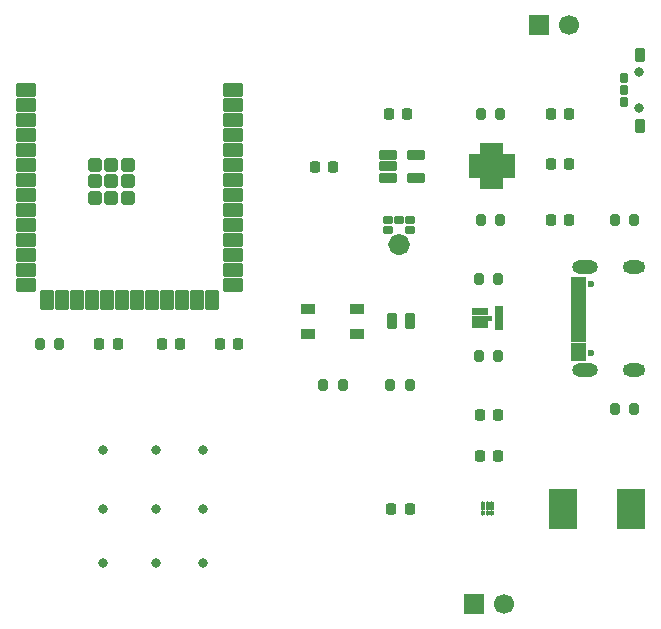
<source format=gbr>
%TF.GenerationSoftware,KiCad,Pcbnew,9.0.7*%
%TF.CreationDate,2026-01-12T23:46:57+09:00*%
%TF.ProjectId,toytalk_demo_v2,746f7974-616c-46b5-9f64-656d6f5f7632,rev?*%
%TF.SameCoordinates,Original*%
%TF.FileFunction,Soldermask,Top*%
%TF.FilePolarity,Negative*%
%FSLAX46Y46*%
G04 Gerber Fmt 4.6, Leading zero omitted, Abs format (unit mm)*
G04 Created by KiCad (PCBNEW 9.0.7) date 2026-01-12 23:46:57*
%MOMM*%
%LPD*%
G01*
G04 APERTURE LIST*
G04 Aperture macros list*
%AMRoundRect*
0 Rectangle with rounded corners*
0 $1 Rounding radius*
0 $2 $3 $4 $5 $6 $7 $8 $9 X,Y pos of 4 corners*
0 Add a 4 corners polygon primitive as box body*
4,1,4,$2,$3,$4,$5,$6,$7,$8,$9,$2,$3,0*
0 Add four circle primitives for the rounded corners*
1,1,$1+$1,$2,$3*
1,1,$1+$1,$4,$5*
1,1,$1+$1,$6,$7*
1,1,$1+$1,$8,$9*
0 Add four rect primitives between the rounded corners*
20,1,$1+$1,$2,$3,$4,$5,0*
20,1,$1+$1,$4,$5,$6,$7,0*
20,1,$1+$1,$6,$7,$8,$9,0*
20,1,$1+$1,$8,$9,$2,$3,0*%
G04 Aperture macros list end*
%ADD10C,0.010000*%
%ADD11C,0.912000*%
%ADD12C,0.800000*%
%ADD13RoundRect,0.200000X-0.200000X-0.275000X0.200000X-0.275000X0.200000X0.275000X-0.200000X0.275000X0*%
%ADD14RoundRect,0.102000X-0.525000X-0.325000X0.525000X-0.325000X0.525000X0.325000X-0.525000X0.325000X0*%
%ADD15RoundRect,0.225000X0.225000X0.250000X-0.225000X0.250000X-0.225000X-0.250000X0.225000X-0.250000X0*%
%ADD16RoundRect,0.225000X-0.225000X-0.250000X0.225000X-0.250000X0.225000X0.250000X-0.225000X0.250000X0*%
%ADD17C,1.700000*%
%ADD18R,1.700000X1.700000*%
%ADD19R,2.350000X3.500000*%
%ADD20RoundRect,0.102000X0.350000X-0.450000X0.350000X0.450000X-0.350000X0.450000X-0.350000X-0.450000X0*%
%ADD21RoundRect,0.102000X0.255000X-0.300000X0.255000X0.300000X-0.255000X0.300000X-0.255000X-0.300000X0*%
%ADD22C,0.500000*%
%ADD23RoundRect,0.102000X-0.300000X-0.261000X0.300000X-0.261000X0.300000X0.261000X-0.300000X0.261000X0*%
%ADD24RoundRect,0.102000X-0.750000X-0.450000X0.750000X-0.450000X0.750000X0.450000X-0.750000X0.450000X0*%
%ADD25RoundRect,0.102000X-0.450000X-0.750000X0.450000X-0.750000X0.450000X0.750000X-0.450000X0.750000X0*%
%ADD26RoundRect,0.102000X-0.450000X-0.450000X0.450000X-0.450000X0.450000X0.450000X-0.450000X0.450000X0*%
%ADD27RoundRect,0.102000X-0.285000X-0.600000X0.285000X-0.600000X0.285000X0.600000X-0.285000X0.600000X0*%
%ADD28C,0.454000*%
%ADD29RoundRect,0.058000X-0.474000X-0.174000X0.474000X-0.174000X0.474000X0.174000X-0.474000X0.174000X0*%
%ADD30RoundRect,0.058000X-0.174000X-0.474000X0.174000X-0.474000X0.174000X0.474000X-0.174000X0.474000X0*%
%ADD31RoundRect,0.102000X-0.840000X-0.840000X0.840000X-0.840000X0.840000X0.840000X-0.840000X0.840000X0*%
%ADD32RoundRect,0.060300X-0.716700X-0.341700X0.716700X-0.341700X0.716700X0.341700X-0.716700X0.341700X0*%
%ADD33C,0.600000*%
%ADD34O,2.204000X1.104000*%
%ADD35O,1.904000X1.104000*%
G04 APERTURE END LIST*
D10*
%TO.C,U5*%
X53795000Y-40195000D02*
X53205000Y-40195000D01*
X53205000Y-39805000D01*
X53795000Y-39805000D01*
X53795000Y-40195000D01*
G36*
X53795000Y-40195000D02*
G01*
X53205000Y-40195000D01*
X53205000Y-39805000D01*
X53795000Y-39805000D01*
X53795000Y-40195000D01*
G37*
X53795000Y-39695000D02*
X53205000Y-39695000D01*
X53205000Y-39305000D01*
X53795000Y-39305000D01*
X53795000Y-39695000D01*
G36*
X53795000Y-39695000D02*
G01*
X53205000Y-39695000D01*
X53205000Y-39305000D01*
X53795000Y-39305000D01*
X53795000Y-39695000D01*
G37*
X53795000Y-38695000D02*
X53205000Y-38695000D01*
X53205000Y-38305000D01*
X53795000Y-38305000D01*
X53795000Y-38695000D01*
G36*
X53795000Y-38695000D02*
G01*
X53205000Y-38695000D01*
X53205000Y-38305000D01*
X53795000Y-38305000D01*
X53795000Y-38695000D01*
G37*
X53795000Y-39195000D02*
X53205000Y-39195000D01*
X53205000Y-38805000D01*
X53795000Y-38805000D01*
X53795000Y-39195000D01*
G36*
X53795000Y-39195000D02*
G01*
X53205000Y-39195000D01*
X53205000Y-38805000D01*
X53795000Y-38805000D01*
X53795000Y-39195000D01*
G37*
X52845000Y-39420000D02*
X51255000Y-39420000D01*
X51255000Y-39080000D01*
X52845000Y-39080000D01*
X52845000Y-39420000D01*
G36*
X52845000Y-39420000D02*
G01*
X51255000Y-39420000D01*
X51255000Y-39080000D01*
X52845000Y-39080000D01*
X52845000Y-39420000D01*
G37*
X52545000Y-40045000D02*
X51255000Y-40045000D01*
X51255000Y-39555000D01*
X52545000Y-39555000D01*
X52545000Y-40045000D01*
G36*
X52545000Y-40045000D02*
G01*
X51255000Y-40045000D01*
X51255000Y-39555000D01*
X52545000Y-39555000D01*
X52545000Y-40045000D01*
G37*
X52545000Y-38945000D02*
X51255000Y-38945000D01*
X51255000Y-38455000D01*
X52545000Y-38455000D01*
X52545000Y-38945000D01*
G36*
X52545000Y-38945000D02*
G01*
X51255000Y-38945000D01*
X51255000Y-38455000D01*
X52545000Y-38455000D01*
X52545000Y-38945000D01*
G37*
D11*
%TO.C,MK1*%
X45556000Y-33074000D02*
G75*
G02*
X44644000Y-33074000I-456000J0D01*
G01*
X44644000Y-33074000D02*
G75*
G02*
X45556000Y-33074000I456000J0D01*
G01*
D10*
%TO.C,J1*%
X60870000Y-42875000D02*
X59630000Y-42875000D01*
X59630000Y-42175000D01*
X60870000Y-42175000D01*
X60870000Y-42875000D01*
G36*
X60870000Y-42875000D02*
G01*
X59630000Y-42875000D01*
X59630000Y-42175000D01*
X60870000Y-42175000D01*
X60870000Y-42875000D01*
G37*
X60870000Y-42075000D02*
X59630000Y-42075000D01*
X59630000Y-41375000D01*
X60870000Y-41375000D01*
X60870000Y-42075000D01*
G36*
X60870000Y-42075000D02*
G01*
X59630000Y-42075000D01*
X59630000Y-41375000D01*
X60870000Y-41375000D01*
X60870000Y-42075000D01*
G37*
X60870000Y-41275000D02*
X59630000Y-41275000D01*
X59630000Y-40875000D01*
X60870000Y-40875000D01*
X60870000Y-41275000D01*
G36*
X60870000Y-41275000D02*
G01*
X59630000Y-41275000D01*
X59630000Y-40875000D01*
X60870000Y-40875000D01*
X60870000Y-41275000D01*
G37*
X60870000Y-40775000D02*
X59630000Y-40775000D01*
X59630000Y-40375000D01*
X60870000Y-40375000D01*
X60870000Y-40775000D01*
G36*
X60870000Y-40775000D02*
G01*
X59630000Y-40775000D01*
X59630000Y-40375000D01*
X60870000Y-40375000D01*
X60870000Y-40775000D01*
G37*
X60870000Y-40275000D02*
X59630000Y-40275000D01*
X59630000Y-39875000D01*
X60870000Y-39875000D01*
X60870000Y-40275000D01*
G36*
X60870000Y-40275000D02*
G01*
X59630000Y-40275000D01*
X59630000Y-39875000D01*
X60870000Y-39875000D01*
X60870000Y-40275000D01*
G37*
X60870000Y-39775000D02*
X59630000Y-39775000D01*
X59630000Y-39375000D01*
X60870000Y-39375000D01*
X60870000Y-39775000D01*
G36*
X60870000Y-39775000D02*
G01*
X59630000Y-39775000D01*
X59630000Y-39375000D01*
X60870000Y-39375000D01*
X60870000Y-39775000D01*
G37*
X60870000Y-39275000D02*
X59630000Y-39275000D01*
X59630000Y-38875000D01*
X60870000Y-38875000D01*
X60870000Y-39275000D01*
G36*
X60870000Y-39275000D02*
G01*
X59630000Y-39275000D01*
X59630000Y-38875000D01*
X60870000Y-38875000D01*
X60870000Y-39275000D01*
G37*
X60870000Y-38775000D02*
X59630000Y-38775000D01*
X59630000Y-38375000D01*
X60870000Y-38375000D01*
X60870000Y-38775000D01*
G36*
X60870000Y-38775000D02*
G01*
X59630000Y-38775000D01*
X59630000Y-38375000D01*
X60870000Y-38375000D01*
X60870000Y-38775000D01*
G37*
X60870000Y-38275000D02*
X59630000Y-38275000D01*
X59630000Y-37875000D01*
X60870000Y-37875000D01*
X60870000Y-38275000D01*
G36*
X60870000Y-38275000D02*
G01*
X59630000Y-38275000D01*
X59630000Y-37875000D01*
X60870000Y-37875000D01*
X60870000Y-38275000D01*
G37*
X60870000Y-37775000D02*
X59630000Y-37775000D01*
X59630000Y-37375000D01*
X60870000Y-37375000D01*
X60870000Y-37775000D01*
G36*
X60870000Y-37775000D02*
G01*
X59630000Y-37775000D01*
X59630000Y-37375000D01*
X60870000Y-37375000D01*
X60870000Y-37775000D01*
G37*
X60870000Y-37275000D02*
X59630000Y-37275000D01*
X59630000Y-36575000D01*
X60870000Y-36575000D01*
X60870000Y-37275000D01*
G36*
X60870000Y-37275000D02*
G01*
X59630000Y-37275000D01*
X59630000Y-36575000D01*
X60870000Y-36575000D01*
X60870000Y-37275000D01*
G37*
X60870000Y-36475000D02*
X59630000Y-36475000D01*
X59630000Y-35775000D01*
X60870000Y-35775000D01*
X60870000Y-36475000D01*
G36*
X60870000Y-36475000D02*
G01*
X59630000Y-36475000D01*
X59630000Y-35775000D01*
X60870000Y-35775000D01*
X60870000Y-36475000D01*
G37*
%TD*%
D12*
%TO.C,*%
X20000000Y-60000000D03*
%TD*%
%TO.C,*%
X24500000Y-60000000D03*
%TD*%
%TO.C,*%
X28500000Y-60000000D03*
%TD*%
%TO.C,*%
X20000000Y-55500000D03*
%TD*%
%TO.C,*%
X24500000Y-55500000D03*
%TD*%
%TO.C,*%
X28500000Y-55500000D03*
%TD*%
%TO.C,*%
X28500000Y-50500000D03*
%TD*%
%TO.C,*%
X24500000Y-50500000D03*
%TD*%
%TO.C,*%
X20000000Y-50500000D03*
%TD*%
D13*
%TO.C,R5*%
X53500000Y-36000000D03*
X51850000Y-36000000D03*
%TD*%
%TO.C,R6*%
X40325000Y-45000000D03*
X38675000Y-45000000D03*
%TD*%
D14*
%TO.C,S2*%
X41500000Y-40650000D03*
X41500000Y-38500000D03*
X37350000Y-40650000D03*
X37350000Y-38500000D03*
%TD*%
D15*
%TO.C,C3*%
X44225000Y-22000000D03*
X45775000Y-22000000D03*
%TD*%
D16*
%TO.C,C2*%
X59500000Y-22000000D03*
X57950000Y-22000000D03*
%TD*%
%TO.C,C4*%
X39500000Y-26500000D03*
X37950000Y-26500000D03*
%TD*%
%TO.C,C5*%
X31500000Y-41500000D03*
X29950000Y-41500000D03*
%TD*%
%TO.C,C1*%
X59500000Y-31000000D03*
X57950000Y-31000000D03*
%TD*%
%TO.C,C7*%
X53500000Y-51000000D03*
X51950000Y-51000000D03*
%TD*%
D17*
%TO.C,J2*%
X59500000Y-14500000D03*
D18*
X56960000Y-14500000D03*
%TD*%
D19*
%TO.C,L1*%
X64700000Y-55500000D03*
X59000000Y-55500000D03*
%TD*%
D12*
%TO.C,S1*%
X65425000Y-18500000D03*
X65425000Y-21500000D03*
D20*
X65500000Y-23000000D03*
X65500000Y-17000000D03*
D21*
X64145000Y-21000000D03*
X64145000Y-20000000D03*
X64145000Y-19000000D03*
%TD*%
D13*
%TO.C,R3*%
X46000000Y-45000000D03*
X44350000Y-45000000D03*
%TD*%
%TO.C,R4*%
X53500000Y-42500000D03*
X51850000Y-42500000D03*
%TD*%
%TO.C,R7*%
X53650000Y-22000000D03*
X52000000Y-22000000D03*
%TD*%
%TO.C,R8*%
X53650000Y-31000000D03*
X52000000Y-31000000D03*
%TD*%
%TO.C,R9*%
X16325000Y-41500000D03*
X14675000Y-41500000D03*
%TD*%
%TO.C,R1*%
X65000000Y-31000000D03*
X63350000Y-31000000D03*
%TD*%
%TO.C,R2*%
X65000000Y-47000000D03*
X63350000Y-47000000D03*
%TD*%
D16*
%TO.C,C11*%
X21275000Y-41500000D03*
X19725000Y-41500000D03*
%TD*%
D17*
%TO.C,SP1*%
X54000000Y-63500000D03*
D18*
X51460000Y-63500000D03*
%TD*%
D16*
%TO.C,C6*%
X53500000Y-47500000D03*
X51950000Y-47500000D03*
%TD*%
%TO.C,C8*%
X46000000Y-55500000D03*
X44450000Y-55500000D03*
%TD*%
%TO.C,C9*%
X59500000Y-26275000D03*
X57950000Y-26275000D03*
%TD*%
%TO.C,C10*%
X26550000Y-41500000D03*
X25000000Y-41500000D03*
%TD*%
D22*
%TO.C,MK1*%
X45100000Y-33074000D03*
D23*
X44200000Y-31000000D03*
X44200000Y-31822000D03*
X46000000Y-31822000D03*
X46000000Y-31000000D03*
X45100000Y-31000000D03*
%TD*%
D24*
%TO.C,U1*%
X13500000Y-20000000D03*
X13500000Y-21270000D03*
X13500000Y-22540000D03*
X13500000Y-23810000D03*
X13500000Y-25080000D03*
X13500000Y-26350000D03*
X13500000Y-27620000D03*
X13500000Y-28890000D03*
X13500000Y-30160000D03*
X13500000Y-31430000D03*
X13500000Y-32700000D03*
X13500000Y-33970000D03*
X13500000Y-35240000D03*
X13500000Y-36510000D03*
D25*
X15265000Y-37760000D03*
X16535000Y-37760000D03*
X17805000Y-37760000D03*
X19075000Y-37760000D03*
X20345000Y-37760000D03*
X21615000Y-37760000D03*
X22885000Y-37760000D03*
X24155000Y-37760000D03*
X25425000Y-37760000D03*
X26695000Y-37760000D03*
X27965000Y-37760000D03*
X29235000Y-37760000D03*
D24*
X31000000Y-36510000D03*
X31000000Y-35240000D03*
X31000000Y-33970000D03*
X31000000Y-32700000D03*
X31000000Y-31430000D03*
X31000000Y-30160000D03*
X31000000Y-28890000D03*
X31000000Y-27620000D03*
X31000000Y-26350000D03*
X31000000Y-25080000D03*
X31000000Y-23810000D03*
X31000000Y-22540000D03*
X31000000Y-21270000D03*
X31000000Y-20000000D03*
D26*
X20750000Y-27720000D03*
X19350000Y-27720000D03*
X22150000Y-27720000D03*
X19350000Y-29120000D03*
X20750000Y-29120000D03*
X22150000Y-29120000D03*
X19350000Y-26320000D03*
X20750000Y-26320000D03*
X22150000Y-26320000D03*
%TD*%
D27*
%TO.C,D1*%
X46030000Y-39500000D03*
X44500000Y-39500000D03*
%TD*%
D28*
%TO.C,U2*%
X52200000Y-55000000D03*
X52600000Y-55000000D03*
X53000000Y-55000000D03*
X52200000Y-55400000D03*
X52600000Y-55400000D03*
X53000000Y-55400000D03*
X52200000Y-55800000D03*
X52600000Y-55800000D03*
X53000000Y-55800000D03*
%TD*%
D29*
%TO.C,U3*%
X51500000Y-25685000D03*
X51500000Y-26185000D03*
X51500000Y-26685000D03*
X51500000Y-27185000D03*
D30*
X52185000Y-27870000D03*
X52685000Y-27870000D03*
X53185000Y-27870000D03*
X53685000Y-27870000D03*
D29*
X54370000Y-27185000D03*
X54370000Y-26685000D03*
X54370000Y-26185000D03*
X54370000Y-25685000D03*
D30*
X53685000Y-25000000D03*
X53185000Y-25000000D03*
X52685000Y-25000000D03*
X52185000Y-25000000D03*
D31*
X52935000Y-26435000D03*
%TD*%
D32*
%TO.C,U4*%
X44130000Y-25500000D03*
X44130000Y-26450000D03*
X44130000Y-27400000D03*
X46500000Y-27400000D03*
X46500000Y-25500000D03*
%TD*%
D33*
%TO.C,J1*%
X61320000Y-42215000D03*
X61320000Y-36435000D03*
D34*
X60830000Y-43650000D03*
X60830000Y-35000000D03*
D35*
X65000000Y-43650000D03*
X65000000Y-35000000D03*
%TD*%
M02*

</source>
